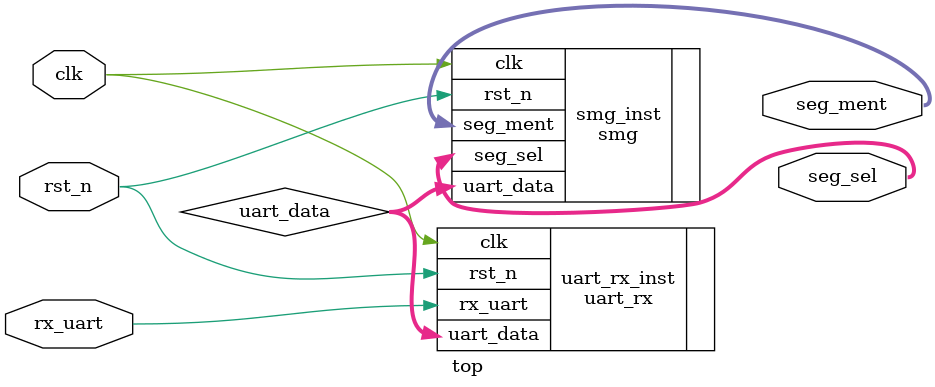
<source format=v>
module top(
	input clk,
	input rst_n,
	input  wire rx_uart,
	output wire [7:0] seg_sel,
	output wire [6:0] seg_ment
	);
//模块之间的连接用wire型 只是起到一根线连接的作用
wire [7:0] uart_data;
//串口接收模块例化
uart_rx uart_rx_inst(
	.clk(clk),           //input form top
	.rst_n(rst_n),       //input from top
	.rx_uart(rx_uart),   //input from top 
	.uart_data(uart_data)//output to smg
	);
//数码管显示例化
//子模块名（即被例化模块的名称） 例化模块名 
smg smg_inst(
	.clk(clk),            //input form top
	.rst_n(rst_n),        //input form top
	.uart_data(uart_data),//input form uart_rx
	.seg_sel(seg_sel),    //output to top
	.seg_ment(seg_ment)   //output to top
	);

	
endmodule

</source>
